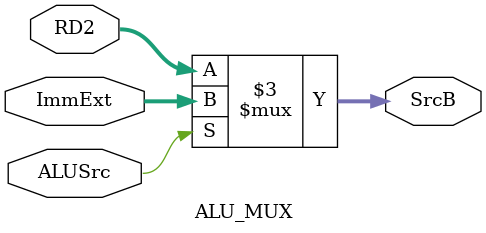
<source format=v>
module ALU_MUX (

 input  wire 		      ALUSrc, 
 input  wire [31:0]       RD2,
 input  wire [31:0]  	  ImmExt,
 output reg  [31:0]       SrcB );

always @(*) 
begin
    if (ALUSrc) 
	begin
		SrcB = ImmExt;
	end
	else 
    begin
        SrcB = RD2; 
    end
 end
 
endmodule

</source>
